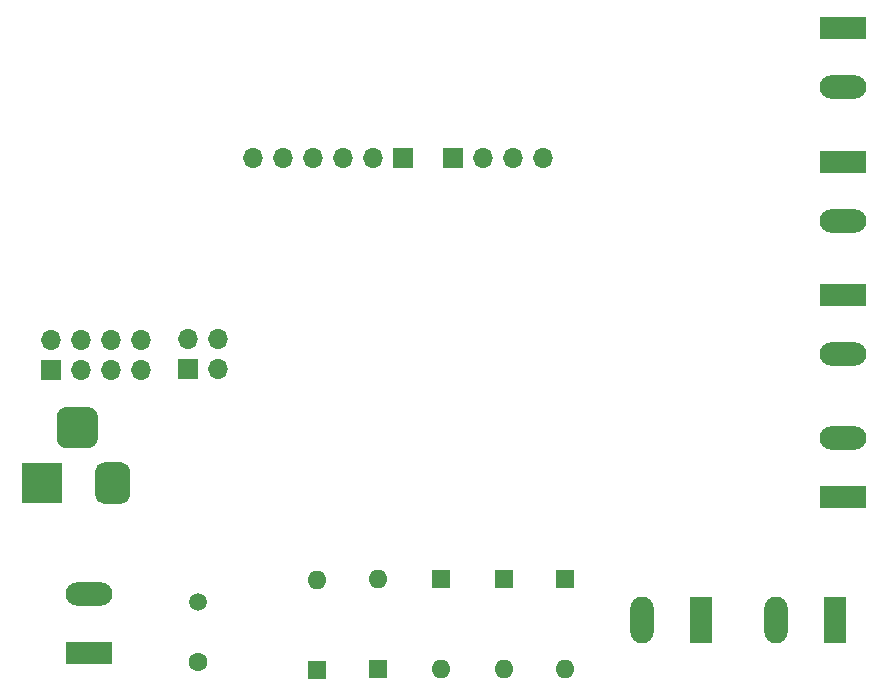
<source format=gbr>
%TF.GenerationSoftware,KiCad,Pcbnew,(5.1.10)-1*%
%TF.CreationDate,2022-04-14T15:58:53+08:00*%
%TF.ProjectId,lamp,6c616d70-2e6b-4696-9361-645f70636258,rev?*%
%TF.SameCoordinates,Original*%
%TF.FileFunction,Copper,L2,Bot*%
%TF.FilePolarity,Positive*%
%FSLAX46Y46*%
G04 Gerber Fmt 4.6, Leading zero omitted, Abs format (unit mm)*
G04 Created by KiCad (PCBNEW (5.1.10)-1) date 2022-04-14 15:58:53*
%MOMM*%
%LPD*%
G01*
G04 APERTURE LIST*
%TA.AperFunction,ComponentPad*%
%ADD10O,1.600000X1.600000*%
%TD*%
%TA.AperFunction,ComponentPad*%
%ADD11R,1.600000X1.600000*%
%TD*%
%TA.AperFunction,ComponentPad*%
%ADD12O,1.700000X1.700000*%
%TD*%
%TA.AperFunction,ComponentPad*%
%ADD13R,1.700000X1.700000*%
%TD*%
%TA.AperFunction,ComponentPad*%
%ADD14O,3.960000X1.980000*%
%TD*%
%TA.AperFunction,ComponentPad*%
%ADD15R,3.960000X1.980000*%
%TD*%
%TA.AperFunction,ComponentPad*%
%ADD16O,1.980000X3.960000*%
%TD*%
%TA.AperFunction,ComponentPad*%
%ADD17R,1.980000X3.960000*%
%TD*%
%TA.AperFunction,ComponentPad*%
%ADD18R,3.500000X3.500000*%
%TD*%
%TA.AperFunction,ComponentPad*%
%ADD19C,1.500000*%
%TD*%
%TA.AperFunction,ComponentPad*%
%ADD20C,1.600000*%
%TD*%
G04 APERTURE END LIST*
D10*
%TO.P,SW1,2*%
%TO.N,Net-(F1-Pad2)*%
X121700000Y-56900000D03*
D11*
%TO.P,SW1,1*%
%TO.N,Net-(J3-Pad2)*%
X121700000Y-64520000D03*
%TD*%
D10*
%TO.P,J17,2*%
%TO.N,GND*%
X142700001Y-64420000D03*
D11*
%TO.P,J17,1*%
%TO.N,/SW_3*%
X142700001Y-56800000D03*
%TD*%
D10*
%TO.P,J16,2*%
%TO.N,GND*%
X137500000Y-64420000D03*
D11*
%TO.P,J16,1*%
%TO.N,/SW_2*%
X137500000Y-56800000D03*
%TD*%
D10*
%TO.P,J15,2*%
%TO.N,GND*%
X132200000Y-64420000D03*
D11*
%TO.P,J15,1*%
%TO.N,/SW_1*%
X132200000Y-56800000D03*
%TD*%
D12*
%TO.P,J14,6*%
%TO.N,/BT_EN*%
X116240000Y-21200000D03*
%TO.P,J14,5*%
%TO.N,/+5v*%
X118780000Y-21200000D03*
%TO.P,J14,4*%
%TO.N,GND*%
X121320000Y-21200000D03*
%TO.P,J14,3*%
%TO.N,/BT_TXD*%
X123860000Y-21200000D03*
%TO.P,J14,2*%
%TO.N,/BT_RXD*%
X126400000Y-21200000D03*
D13*
%TO.P,J14,1*%
%TO.N,/BT_STATE*%
X128940000Y-21200000D03*
%TD*%
D12*
%TO.P,J13,4*%
%TO.N,/+3.3*%
X140820000Y-21200000D03*
%TO.P,J13,3*%
%TO.N,GND*%
X138280000Y-21200000D03*
%TO.P,J13,2*%
%TO.N,/SCL_OLED*%
X135740000Y-21200000D03*
D13*
%TO.P,J13,1*%
%TO.N,/SDA_OLED*%
X133200000Y-21200000D03*
%TD*%
D14*
%TO.P,J12,2*%
%TO.N,/LED2_W*%
X166200000Y-15200000D03*
D15*
%TO.P,J12,1*%
%TO.N,/+5v*%
X166200000Y-10200000D03*
%TD*%
D14*
%TO.P,J11,2*%
%TO.N,/LED2_G*%
X166200000Y-26499999D03*
D15*
%TO.P,J11,1*%
%TO.N,/LED2_B*%
X166200000Y-21499999D03*
%TD*%
D14*
%TO.P,J10,2*%
%TO.N,/+5v*%
X166200000Y-37799999D03*
D15*
%TO.P,J10,1*%
%TO.N,/LED2_R*%
X166200000Y-32799999D03*
%TD*%
D14*
%TO.P,J9,2*%
%TO.N,/LED1_W*%
X166200000Y-44900000D03*
D15*
%TO.P,J9,1*%
%TO.N,/+5v*%
X166200000Y-49900000D03*
%TD*%
D16*
%TO.P,J8,2*%
%TO.N,/LED1_G*%
X160600000Y-60300000D03*
D17*
%TO.P,J8,1*%
%TO.N,/LED1_B*%
X165600000Y-60300000D03*
%TD*%
D16*
%TO.P,J7,2*%
%TO.N,/+5v*%
X149200000Y-60300000D03*
D17*
%TO.P,J7,1*%
%TO.N,/LED1_R*%
X154200000Y-60300000D03*
%TD*%
D12*
%TO.P,J6,4*%
%TO.N,GND*%
X113340000Y-36460000D03*
%TO.P,J6,3*%
%TO.N,/SWCLK*%
X113340000Y-39000000D03*
%TO.P,J6,2*%
%TO.N,/SWDIO*%
X110800000Y-36460000D03*
D13*
%TO.P,J6,1*%
%TO.N,/+3.3*%
X110800000Y-39000000D03*
%TD*%
%TO.P,J5,3*%
%TO.N,GND*%
%TA.AperFunction,ComponentPad*%
G36*
G01*
X103150000Y-43125000D02*
X103150000Y-44875000D01*
G75*
G02*
X102275000Y-45750000I-875000J0D01*
G01*
X100525000Y-45750000D01*
G75*
G02*
X99650000Y-44875000I0J875000D01*
G01*
X99650000Y-43125000D01*
G75*
G02*
X100525000Y-42250000I875000J0D01*
G01*
X102275000Y-42250000D01*
G75*
G02*
X103150000Y-43125000I0J-875000D01*
G01*
G37*
%TD.AperFunction*%
%TO.P,J5,2*%
%TA.AperFunction,ComponentPad*%
G36*
G01*
X105900000Y-47700000D02*
X105900000Y-49700000D01*
G75*
G02*
X105150000Y-50450000I-750000J0D01*
G01*
X103650000Y-50450000D01*
G75*
G02*
X102900000Y-49700000I0J750000D01*
G01*
X102900000Y-47700000D01*
G75*
G02*
X103650000Y-46950000I750000J0D01*
G01*
X105150000Y-46950000D01*
G75*
G02*
X105900000Y-47700000I0J-750000D01*
G01*
G37*
%TD.AperFunction*%
D18*
%TO.P,J5,1*%
%TO.N,Net-(J3-Pad2)*%
X98400000Y-48700000D03*
%TD*%
D14*
%TO.P,J3,2*%
%TO.N,Net-(J3-Pad2)*%
X102400000Y-58100000D03*
D15*
%TO.P,J3,1*%
%TO.N,GND*%
X102400000Y-63100000D03*
%TD*%
D10*
%TO.P,J2,2*%
%TO.N,Net-(J2-Pad2)*%
X126900000Y-56800000D03*
D11*
%TO.P,J2,1*%
%TO.N,/NRST*%
X126900000Y-64420000D03*
%TD*%
D12*
%TO.P,J1,8*%
%TO.N,/+3.3*%
X106820000Y-36560000D03*
%TO.P,J1,7*%
X106820000Y-39100000D03*
%TO.P,J1,6*%
%TO.N,GND*%
X104280000Y-36560000D03*
%TO.P,J1,5*%
X104280000Y-39100000D03*
%TO.P,J1,4*%
X101740000Y-36560000D03*
%TO.P,J1,3*%
X101740000Y-39100000D03*
%TO.P,J1,2*%
%TO.N,/+5v*%
X99200000Y-36560000D03*
D13*
%TO.P,J1,1*%
X99200000Y-39100000D03*
%TD*%
D19*
%TO.P,F1,1*%
%TO.N,/+5v*%
X111600000Y-58800000D03*
D20*
%TO.P,F1,2*%
%TO.N,Net-(F1-Pad2)*%
X111600000Y-63880000D03*
%TD*%
M02*

</source>
